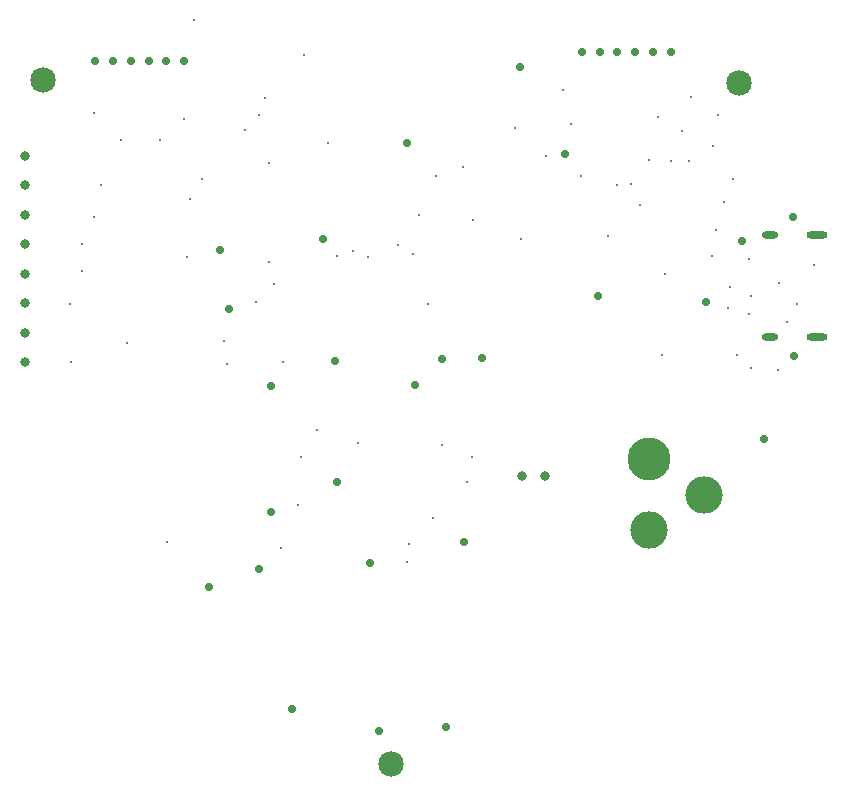
<source format=gbr>
%TF.GenerationSoftware,Altium Limited,Altium Designer,24.10.1 (45)*%
G04 Layer_Color=0*
%FSLAX45Y45*%
%MOMM*%
%TF.SameCoordinates,A2E8F698-1A25-487F-A8AF-53517084677A*%
%TF.FilePolarity,Positive*%
%TF.FileFunction,Plated,1,4,PTH,Drill*%
%TF.Part,Single*%
G01*
G75*
%TA.AperFunction,OtherDrill,Pad Free-3 (9.017mm,61.214mm)*%
%ADD77C,2.15900*%
%TA.AperFunction,OtherDrill,Pad Free-2 (38.481mm,3.302mm)*%
%ADD78C,2.15900*%
%TA.AperFunction,OtherDrill,Pad Free-1 (67.945mm,60.96mm)*%
%ADD79C,2.15900*%
%TA.AperFunction,ComponentDrill*%
%ADD80O,1.80000X0.60000*%
%ADD81O,1.40000X0.60000*%
%ADD82C,0.70000*%
%ADD83C,0.80000*%
%ADD84C,0.80000*%
%ADD85C,3.64000*%
%ADD86C,3.16000*%
%TA.AperFunction,ViaDrill,NotFilled*%
%ADD87C,0.30480*%
%ADD88C,0.71120*%
D77*
X901700Y6121400D02*
D03*
D78*
X3848100Y330200D02*
D03*
D79*
X6794500Y6096000D02*
D03*
D80*
X7455601Y3949502D02*
D03*
Y4813498D02*
D03*
D81*
X7055602Y3949502D02*
D03*
Y4813498D02*
D03*
D82*
X2096201Y6286500D02*
D03*
X1946204D02*
D03*
X1796202D02*
D03*
X1646199D02*
D03*
X1496202D02*
D03*
X1346200D02*
D03*
X6215802Y6362700D02*
D03*
X6065804D02*
D03*
X5915802D02*
D03*
X5765800D02*
D03*
X5615803D02*
D03*
X5465801D02*
D03*
D83*
X749300Y5483804D02*
D03*
Y5233802D02*
D03*
Y4983800D02*
D03*
Y4733803D02*
D03*
Y4483801D02*
D03*
Y4233804D02*
D03*
Y3983802D02*
D03*
Y3733800D02*
D03*
D84*
X5156200Y2768600D02*
D03*
X4956200D02*
D03*
D85*
X6032500Y2911399D02*
D03*
D86*
Y2311400D02*
D03*
X6502502Y2611399D02*
D03*
D87*
X2705100Y4241800D02*
D03*
X6111458Y5811151D02*
D03*
X3111500Y6337300D02*
D03*
X3657600Y4622800D02*
D03*
X3314700Y5588000D02*
D03*
X2781300Y5969000D02*
D03*
X5301796Y6038396D02*
D03*
X5161376Y5476908D02*
D03*
X2933700Y3733800D02*
D03*
X2463800Y3721100D02*
D03*
X6667500Y5092700D02*
D03*
X6223000Y5435600D02*
D03*
X6743700Y5283200D02*
D03*
X6375400Y5435600D02*
D03*
X6578600Y5562600D02*
D03*
X6616700Y5829300D02*
D03*
X6311900Y5689600D02*
D03*
X6032500Y5448300D02*
D03*
X5956300Y5067300D02*
D03*
X6565900Y4635500D02*
D03*
X4953000Y4775200D02*
D03*
X4229100Y5308600D02*
D03*
X4457700Y5384800D02*
D03*
X4902200Y5715000D02*
D03*
X5372100Y5753100D02*
D03*
X5764201Y5233999D02*
D03*
X4089400Y4978400D02*
D03*
X6705600Y4191000D02*
D03*
X2857500Y4394200D02*
D03*
X6172200Y4483100D02*
D03*
X6718300Y4368800D02*
D03*
X5461000Y5308600D02*
D03*
X6781800Y3797300D02*
D03*
X7200900Y4076700D02*
D03*
X3225800Y3162300D02*
D03*
X6604000Y4851400D02*
D03*
X5689600Y4800600D02*
D03*
X4546600Y4940300D02*
D03*
X5880100Y5245100D02*
D03*
X4038600Y4648200D02*
D03*
X3987800Y2044700D02*
D03*
X7429500Y4559300D02*
D03*
X6883400Y4610100D02*
D03*
X7289800Y4229100D02*
D03*
X7124700Y3670300D02*
D03*
X3086100Y2933700D02*
D03*
X2921000Y2159000D02*
D03*
X3060700Y2527300D02*
D03*
X2616200Y5702300D02*
D03*
X2120900Y4622800D02*
D03*
X2819400Y5422900D02*
D03*
Y4584700D02*
D03*
X6895380Y4293509D02*
D03*
X7137400Y4406900D02*
D03*
X6883400Y4140200D02*
D03*
X6896100Y3683000D02*
D03*
X4000500Y2197100D02*
D03*
X1955800Y2209800D02*
D03*
X3390900Y4635500D02*
D03*
X1231900Y4508500D02*
D03*
X4279900Y3035300D02*
D03*
X3568700Y3048000D02*
D03*
X4495800Y2717800D02*
D03*
X4203700Y2413000D02*
D03*
X6146800Y3797300D02*
D03*
X4533900Y2933700D02*
D03*
X1333500Y5842000D02*
D03*
X3911600Y4724400D02*
D03*
X2184400Y6629400D02*
D03*
X3530600Y4673600D02*
D03*
X2730500Y5829300D02*
D03*
X2146300Y5118100D02*
D03*
X2438400Y3911600D02*
D03*
X1612900Y3898900D02*
D03*
X1397000Y5232400D02*
D03*
X1130300Y4229100D02*
D03*
X4165600D02*
D03*
X1231900Y4737100D02*
D03*
X1333500Y4965700D02*
D03*
X2247900Y5283200D02*
D03*
X1892300Y5613400D02*
D03*
X1562100D02*
D03*
X6388100Y5981700D02*
D03*
X1143000Y3733800D02*
D03*
X2095500Y5791200D02*
D03*
D88*
X5320325Y5500075D02*
D03*
X2832100Y2463800D02*
D03*
X4470400Y2209800D02*
D03*
X3275251Y4773851D02*
D03*
X7010400Y3086100D02*
D03*
X3378200Y3746500D02*
D03*
X3670300Y2032000D02*
D03*
X5600700Y4292600D02*
D03*
X4940300Y6235700D02*
D03*
X3987201Y5588599D02*
D03*
X2479700Y4181500D02*
D03*
X6819900Y4762500D02*
D03*
X7251700Y4965700D02*
D03*
X7264400Y3784600D02*
D03*
X6515100Y4241800D02*
D03*
X2400300Y4686300D02*
D03*
X4051300Y3543300D02*
D03*
X4622800Y3771900D02*
D03*
X4279900Y3759200D02*
D03*
X3746500Y609600D02*
D03*
X3390900Y2717800D02*
D03*
X4318000Y647700D02*
D03*
X3009900Y800100D02*
D03*
X2311400Y1828800D02*
D03*
X2730500Y1981200D02*
D03*
X2832100Y3530600D02*
D03*
%TF.MD5,474f036ae0e79b3f2525530e3045bf5d*%
M02*

</source>
